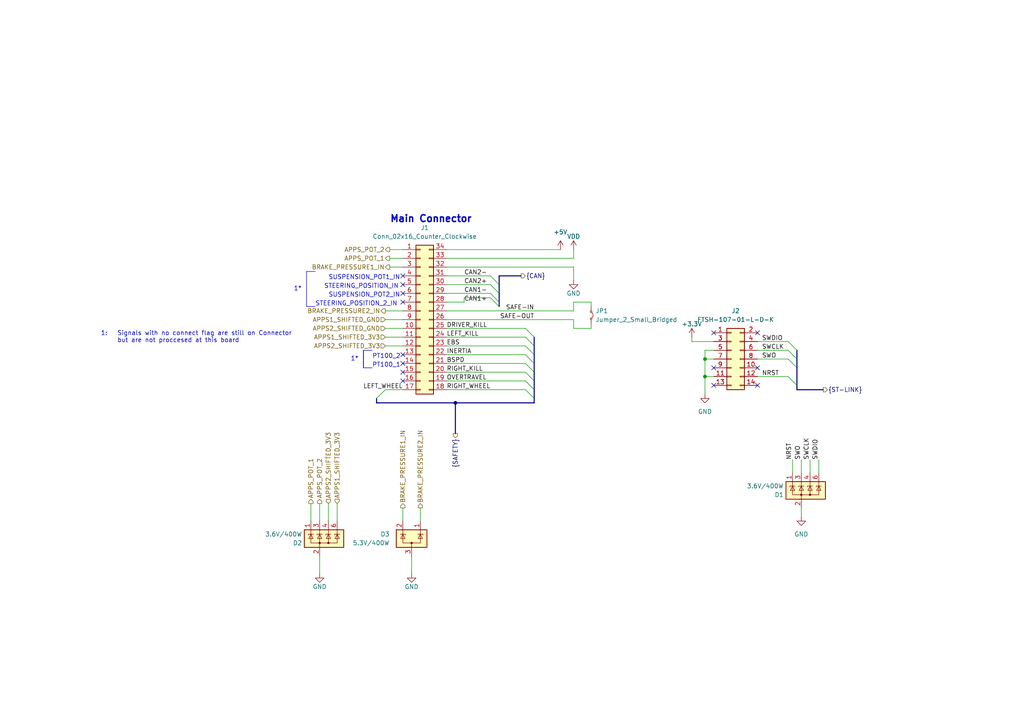
<source format=kicad_sch>
(kicad_sch (version 20250114) (generator "eeschema") (generator_version "9.0")
  (paper "A4")
  (lib_symbols
    (symbol "Connector_Generic:Conn_02x17_Counter_Clockwise" (pin_names (offset 1.016) (hide yes))
      (property "Reference" "J" (at 1.27 22.86 0))
      (property "Value" "Conn_02x17_Counter_Clockwise" (at 1.27 -22.86 0))
      (symbol "Conn_02x17_Counter_Clockwise_1_1"
        (rectangle (start -1.27 21.59) (end 3.81 -21.59) (stroke (width 0.254)) (fill (type background)))
        (rectangle (start -1.27 20.447) (end 0 20.193) (stroke (width 0.1524)))
        (rectangle (start -1.27 17.907) (end 0 17.653) (stroke (width 0.1524)))
        (rectangle (start -1.27 15.367) (end 0 15.113) (stroke (width 0.1524)))
        (rectangle (start -1.27 12.827) (end 0 12.573) (stroke (width 0.1524)))
        (rectangle (start -1.27 10.287) (end 0 10.033) (stroke (width 0.1524)))
        (rectangle (start -1.27 7.747) (end 0 7.493) (stroke (width 0.1524)))
        (rectangle (start -1.27 5.207) (end 0 4.953) (stroke (width 0.1524)))
        (rectangle (start -1.27 2.667) (end 0 2.413) (stroke (width 0.1524)))
        (rectangle (start -1.27 0.127) (end 0 -0.127) (stroke (width 0.1524)))
        (rectangle (start -1.27 -2.413) (end 0 -2.667) (stroke (width 0.1524)))
        (rectangle (start -1.27 -4.953) (end 0 -5.207) (stroke (width 0.1524)))
        (rectangle (start -1.27 -7.493) (end 0 -7.747) (stroke (width 0.1524)))
        (rectangle (start -1.27 -10.033) (end 0 -10.287) (stroke (width 0.1524)))
        (rectangle (start -1.27 -12.573) (end 0 -12.827) (stroke (width 0.1524)))
        (rectangle (start -1.27 -15.113) (end 0 -15.367) (stroke (width 0.1524)))
        (rectangle (start -1.27 -17.653) (end 0 -17.907) (stroke (width 0.1524)))
        (rectangle (start -1.27 -20.193) (end 0 -20.447) (stroke (width 0.1524)))
        (rectangle (start 3.81 20.447) (end 2.54 20.193) (stroke (width 0.1524)))
        (rectangle (start 3.81 17.907) (end 2.54 17.653) (stroke (width 0.1524)))
        (rectangle (start 3.81 15.367) (end 2.54 15.113) (stroke (width 0.1524)))
        (rectangle (start 3.81 12.827) (end 2.54 12.573) (stroke (width 0.1524)))
        (rectangle (start 3.81 10.287) (end 2.54 10.033) (stroke (width 0.1524)))
        (rectangle (start 3.81 7.747) (end 2.54 7.493) (stroke (width 0.1524)))
        (rectangle (start 3.81 5.207) (end 2.54 4.953) (stroke (width 0.1524)))
        (rectangle (start 3.81 2.667) (end 2.54 2.413) (stroke (width 0.1524)))
        (rectangle (start 3.81 0.127) (end 2.54 -0.127) (stroke (width 0.1524)))
        (rectangle (start 3.81 -2.413) (end 2.54 -2.667) (stroke (width 0.1524)))
        (rectangle (start 3.81 -4.953) (end 2.54 -5.207) (stroke (width 0.1524)))
        (rectangle (start 3.81 -7.493) (end 2.54 -7.747) (stroke (width 0.1524)))
        (rectangle (start 3.81 -10.033) (end 2.54 -10.287) (stroke (width 0.1524)))
        (rectangle (start 3.81 -12.573) (end 2.54 -12.827) (stroke (width 0.1524)))
        (rectangle (start 3.81 -15.113) (end 2.54 -15.367) (stroke (width 0.1524)))
        (rectangle (start 3.81 -17.653) (end 2.54 -17.907) (stroke (width 0.1524)))
        (rectangle (start 3.81 -20.193) (end 2.54 -20.447) (stroke (width 0.1524)))
        (pin passive line (at -5.08 20.32 0) (length 3.81) (name "Pin_1") (number "1"))
        (pin passive line (at -5.08 17.78 0) (length 3.81) (name "Pin_2") (number "2"))
        (pin passive line (at -5.08 15.24 0) (length 3.81) (name "Pin_3") (number "3"))
        (pin passive line (at -5.08 12.7 0) (length 3.81) (name "Pin_4") (number "4"))
        (pin passive line (at -5.08 10.16 0) (length 3.81) (name "Pin_5") (number "5"))
        (pin passive line (at -5.08 7.62 0) (length 3.81) (name "Pin_6") (number "6"))
        (pin passive line (at -5.08 5.08 0) (length 3.81) (name "Pin_7") (number "7"))
        (pin passive line (at -5.08 2.54 0) (length 3.81) (name "Pin_8") (number "8"))
        (pin passive line (at -5.08 0 0) (length 3.81) (name "Pin_9") (number "9"))
        (pin passive line (at -5.08 -2.54 0) (length 3.81) (name "Pin_10") (number "10"))
        (pin passive line (at -5.08 -5.08 0) (length 3.81) (name "Pin_11") (number "11"))
        (pin passive line (at -5.08 -7.62 0) (length 3.81) (name "Pin_12") (number "12"))
        (pin passive line (at -5.08 -10.16 0) (length 3.81) (name "Pin_13") (number "13"))
        (pin passive line (at -5.08 -12.7 0) (length 3.81) (name "Pin_14") (number "14"))
        (pin passive line (at -5.08 -15.24 0) (length 3.81) (name "Pin_15") (number "15"))
        (pin passive line (at -5.08 -17.78 0) (length 3.81) (name "Pin_16") (number "16"))
        (pin passive line (at -5.08 -20.32 0) (length 3.81) (name "Pin_17") (number "17"))
        (pin passive line (at 7.62 20.32 180) (length 3.81) (name "Pin_34") (number "34"))
        (pin passive line (at 7.62 17.78 180) (length 3.81) (name "Pin_33") (number "33"))
        (pin passive line (at 7.62 15.24 180) (length 3.81) (name "Pin_32") (number "32"))
        (pin passive line (at 7.62 12.7 180) (length 3.81) (name "Pin_31") (number "31"))
        (pin passive line (at 7.62 10.16 180) (length 3.81) (name "Pin_30") (number "30"))
        (pin passive line (at 7.62 7.62 180) (length 3.81) (name "Pin_29") (number "29"))
        (pin passive line (at 7.62 5.08 180) (length 3.81) (name "Pin_28") (number "28"))
        (pin passive line (at 7.62 2.54 180) (length 3.81) (name "Pin_27") (number "27"))
        (pin passive line (at 7.62 0 180) (length 3.81) (name "Pin_26") (number "26"))
        (pin passive line (at 7.62 -2.54 180) (length 3.81) (name "Pin_25") (number "25"))
        (pin passive line (at 7.62 -5.08 180) (length 3.81) (name "Pin_24") (number "24"))
        (pin passive line (at 7.62 -7.62 180) (length 3.81) (name "Pin_23") (number "23"))
        (pin passive line (at 7.62 -10.16 180) (length 3.81) (name "Pin_22") (number "22"))
        (pin passive line (at 7.62 -12.7 180) (length 3.81) (name "Pin_21") (number "21"))
        (pin passive line (at 7.62 -15.24 180) (length 3.81) (name "Pin_20") (number "20"))
        (pin passive line (at 7.62 -17.78 180) (length 3.81) (name "Pin_19") (number "19"))
        (pin passive line (at 7.62 -20.32 180) (length 3.81) (name "Pin_18") (number "18"))
      )
    )
    (symbol "ESDA5V3SC5_3" (pin_names (hide yes))
      (property "Reference" "D1" (at -6.35 1.27 0))
      (property "Value" "ESDA5V3SC5" (at -6.35 -1.27 0))
      (symbol "ESDA5V3SC5_3_0_1"
        (rectangle (start -4.445 2.54) (end 6.985 -2.54) (stroke (width 0.254)) (fill (type background)))
        (polyline (pts (xy -3.302 1.016) (xy -3.302 1.27) (xy -1.778 1.27)))
        (polyline (pts (xy -2.54 2.54) (xy -2.54 1.27)))
        (polyline (pts (xy -2.54 1.27) (xy -2.54 -1.27) (xy 2.54 -1.27) (xy 2.54 1.27)))
        (polyline (pts (xy -2.54 1.27) (xy -1.905 0) (xy -3.175 0) (xy -2.54 1.27)))
        (polyline (pts (xy 0 2.54) (xy 0 1.27)))
        (polyline (pts (xy 0 -1.27) (xy 0 1.27)))
        (polyline (pts (xy 0 -1.27) (xy 0 -2.54)))
        (circle (center 0 -1.27) (radius 0.254) (fill (type outline)))
        (polyline (pts (xy 0.635 0) (xy -0.635 0) (xy 0 1.27) (xy 0.635 0)))
        (polyline (pts (xy 0.762 1.27) (xy -0.762 1.27) (xy -0.762 1.016)))
        (polyline (pts (xy 1.778 1.016) (xy 1.778 1.27) (xy 3.175 1.27) (xy 3.302 1.27)))
        (polyline (pts (xy 2.54 2.54) (xy 2.54 1.27)))
        (polyline (pts (xy 2.54 1.27) (xy 1.905 0) (xy 3.175 0) (xy 2.54 1.27)))
        (circle (center 2.54 -1.27) (radius 0.254) (fill (type outline)))
        (polyline (pts (xy 4.318 1.016) (xy 4.318 1.27) (xy 5.715 1.27) (xy 5.842 1.27)))
        (polyline (pts (xy 5.08 2.54) (xy 5.08 1.27)))
        (polyline (pts (xy 5.08 1.27) (xy 5.08 -1.27) (xy 2.54 -1.27)))
        (polyline (pts (xy 5.08 1.27) (xy 4.445 0) (xy 5.715 0) (xy 5.08 1.27)))
      )
      (symbol "ESDA5V3SC5_3_1_0"
        (pin passive line (at 0 5.08 270) (length 2.54) (name "A") (number "3"))
        (pin passive line (at 5.08 5.08 270) (length 2.54) (name "A") (number "6"))
      )
      (symbol "ESDA5V3SC5_3_1_1"
        (pin passive line (at -2.54 5.08 270) (length 2.54) (name "A") (number "1"))
        (pin passive line (at 0 -5.08 90) (length 2.54) (name "K") (number "2"))
        (pin passive line (at 0 -5.08 90) (length 2.54) (hide yes) (name "NC") (number "5"))
        (pin passive line (at 2.54 5.08 270) (length 2.54) (name "A") (number "4"))
      )
    )
    (symbol "Jumper:Jumper_2_Small_Bridged" (pin_numbers (hide yes)) (pin_names (offset 0) (hide yes)) (exclude_from_sim yes)
      (property "Reference" "JP" (at 0 2.032 0))
      (property "Value" "Jumper_2_Small_Bridged" (at 0 -2.286 0))
      (symbol "Jumper_2_Small_Bridged_0_0"
        (circle (center -1.016 0) (radius 0.254))
        (circle (center 1.016 0) (radius 0.254))
      )
      (symbol "Jumper_2_Small_Bridged_0_1"
        (arc (start -0.762 0.254) (mid 0 0.5696) (end 0.762 0.254))
      )
      (symbol "Jumper_2_Small_Bridged_1_1"
        (pin passive line (at -2.54 0 0) (length 1.27) (name "A") (number "1"))
        (pin passive line (at 2.54 0 180) (length 1.27) (name "B") (number "2"))
      )
    )
    (symbol "Power_Protection:ESDA5V3L" (pin_names (hide yes))
      (property "Reference" "D" (at 5.715 2.54 0))
      (property "Value" "ESDA5V3L" (at 5.715 0.635 0))
      (symbol "ESDA5V3L_0_0"
        (pin passive line (at 0 -5.08 90) (length 2.54) (name "A") (number "3"))
      )
      (symbol "ESDA5V3L_0_1"
        (rectangle (start -4.445 2.54) (end 4.445 -2.54) (stroke (width 0.254)) (fill (type background)))
        (polyline (pts (xy -3.302 1.016) (xy -3.302 1.27) (xy -1.905 1.27) (xy -1.778 1.27)))
        (polyline (pts (xy -2.54 2.54) (xy -2.54 1.27)))
        (polyline (pts (xy -2.54 1.27) (xy -2.54 -1.27) (xy 2.54 -1.27) (xy 2.54 1.27)))
        (polyline (pts (xy -2.54 1.27) (xy -1.905 0) (xy -3.175 0) (xy -2.54 1.27)))
        (polyline (pts (xy 0 -1.27) (xy 0 -2.54)))
        (circle (center 0 -1.27) (radius 0.254) (fill (type outline)))
        (polyline (pts (xy 1.778 1.016) (xy 1.778 1.27) (xy 3.175 1.27) (xy 3.302 1.27)))
        (polyline (pts (xy 2.54 2.54) (xy 2.54 1.27)))
        (polyline (pts (xy 2.54 1.27) (xy 1.905 0) (xy 3.175 0) (xy 2.54 1.27)))
      )
      (symbol "ESDA5V3L_1_1"
        (pin passive line (at -2.54 5.08 270) (length 2.54) (name "K") (number "1"))
        (pin passive line (at 2.54 5.08 270) (length 2.54) (name "K") (number "2"))
      )
    )
    (symbol "Samacsys_kicad_sym:FTSH-107-01-L-D-K" (pin_names (hide yes))
      (property "Reference" "J" (at 0 13.97 0))
      (property "Value" "FTSH-107-01-L-D-K" (at 0 11.43 0))
      (symbol "FTSH-107-01-L-D-K_1_1"
        (rectangle (start -2.54 8.89) (end 2.54 -8.89) (stroke (width 0.254)) (fill (type background)))
        (rectangle (start -2.54 7.747) (end -1.27 7.493) (stroke (width 0.1524)))
        (rectangle (start -2.54 5.207) (end -1.27 4.953) (stroke (width 0.1524)))
        (rectangle (start -2.54 2.667) (end -1.27 2.413) (stroke (width 0.1524)))
        (rectangle (start -2.54 0.127) (end -1.27 -0.127) (stroke (width 0.1524)))
        (rectangle (start -2.54 -2.413) (end -1.27 -2.667) (stroke (width 0.1524)))
        (rectangle (start -2.54 -4.953) (end -1.27 -5.207) (stroke (width 0.1524)))
        (rectangle (start -2.54 -7.493) (end -1.27 -7.747) (stroke (width 0.1524)))
        (rectangle (start 2.54 7.747) (end 1.27 7.493) (stroke (width 0.1524)))
        (rectangle (start 2.54 5.207) (end 1.27 4.953) (stroke (width 0.1524)))
        (rectangle (start 2.54 2.667) (end 1.27 2.413) (stroke (width 0.1524)))
        (rectangle (start 2.54 0.127) (end 1.27 -0.127) (stroke (width 0.1524)))
        (rectangle (start 2.54 -2.413) (end 1.27 -2.667) (stroke (width 0.1524)))
        (rectangle (start 2.54 -4.953) (end 1.27 -5.207) (stroke (width 0.1524)))
        (rectangle (start 2.54 -7.493) (end 1.27 -7.747) (stroke (width 0.1524)))
        (pin passive line (at -6.35 7.62 0) (length 3.81) (name "Pin_1") (number "1"))
        (pin passive line (at -6.35 5.08 0) (length 3.81) (name "Pin_3") (number "3"))
        (pin passive line (at -6.35 2.54 0) (length 3.81) (name "Pin_5") (number "5"))
        (pin passive line (at -6.35 0 0) (length 3.81) (name "Pin_7") (number "7"))
        (pin passive line (at -6.35 -2.54 0) (length 3.81) (name "Pin_9") (number "9"))
        (pin passive line (at -6.35 -5.08 0) (length 3.81) (name "Pin_11") (number "11"))
        (pin passive line (at -6.35 -7.62 0) (length 3.81) (name "Pin_13") (number "13"))
        (pin passive line (at 6.35 7.62 180) (length 3.81) (name "Pin_2") (number "2"))
        (pin passive line (at 6.35 5.08 180) (length 3.81) (name "Pin_4") (number "4"))
        (pin passive line (at 6.35 2.54 180) (length 3.81) (name "Pin_6") (number "6"))
        (pin passive line (at 6.35 0 180) (length 3.81) (name "Pin_8") (number "8"))
        (pin passive line (at 6.35 -2.54 180) (length 3.81) (name "Pin_10") (number "10"))
        (pin passive line (at 6.35 -5.08 180) (length 3.81) (name "Pin_12") (number "12"))
        (pin passive line (at 6.35 -7.62 180) (length 3.81) (name "Pin_14") (number "14"))
      )
    )
    (symbol "VDD_2" (power) (pin_names (offset 0))
      (property "Value" "VDD" (at 0 3.81 0))
      (symbol "VDD_2_0_1"
        (polyline (pts (xy -0.762 1.27) (xy 0 2.54)))
        (polyline (pts (xy 0 2.54) (xy 0.762 1.27)))
        (polyline (pts (xy 0 0) (xy 0 2.54)))
      )
      (symbol "VDD_2_1_1"
        (pin power_in line (at 0 0 90) (length 0) (hide yes) (name "VDD") (number "1"))
      )
    )
    (symbol "power:+3.3V" (power) (pin_names (offset 0))
      (property "Value" "+3.3V" (at 0 3.556 0))
      (symbol "+3.3V_0_1"
        (polyline (pts (xy -0.762 1.27) (xy 0 2.54)))
        (polyline (pts (xy 0 2.54) (xy 0.762 1.27)))
        (polyline (pts (xy 0 0) (xy 0 2.54)))
      )
      (symbol "+3.3V_1_1"
        (pin power_in line (at 0 0 90) (length 0) (hide yes) (name "+3.3V") (number "1"))
      )
    )
    (symbol "power:+5V" (power) (pin_names (offset 0))
      (property "Value" "+5V" (at 0 3.556 0))
      (symbol "+5V_0_1"
        (polyline (pts (xy -0.762 1.27) (xy 0 2.54)))
        (polyline (pts (xy 0 2.54) (xy 0.762 1.27)))
        (polyline (pts (xy 0 0) (xy 0 2.54)))
      )
      (symbol "+5V_1_1"
        (pin power_in line (at 0 0 90) (length 0) (hide yes) (name "+5V") (number "1"))
      )
    )
    (symbol "power:GND" (power) (pin_names (offset 0))
      (property "Value" "GND" (at 0 -3.81 0))
      (symbol "GND_0_1"
        (polyline (pts (xy 0 0) (xy 0 -1.27) (xy 1.27 -1.27) (xy 0 -2.54) (xy -1.27 -1.27) (xy 0 -1.27)))
      )
      (symbol "GND_1_1"
        (pin power_in line (at 0 0 270) (length 0) (hide yes) (name "GND") (number "1"))
      )
    )
  )
  (bus_alias "CAN" (members "CAN2-" "CAN2+" "CAN1-" "CAN1+"))
  (bus_alias "SAFETY" (members "DRIVER_KILL" "LEFT_KILL" "EBS" "INERTIA" "BSPD" "RIGHT_KILL" "OVERTRAVEL" "RIGHT_WHEEL" "LEFT_WHEEL"))
  (bus_alias "ST-LINK" (members "SWDIO" "SWCLK" "SWO" "NRST"))
  (text "PT100_1" (at 107.95 106.68 0) (effects (font (size 1.27 1.27)) (justify left bottom)))
  (text "Main Connector\n" (at 113.03 64.77 0) (effects (font (size 2 2) (thickness 0.4) (bold yes)) (justify left bottom)))
  (text "1: 	Signals with no connect flag are still on Connector\n	but are not proccesed at this board\n" (at 29.21 97.79 0) (effects (font (size 1.27 1.27)) (justify left)))
  (text "1*" (at 102.87 104.14 0) (effects (font (size 1.27 1.27))))
  (text "PT100_2" (at 107.95 104.14 0) (effects (font (size 1.27 1.27)) (justify left bottom)))
  (text "1*" (at 86.36 83.82 0) (effects (font (size 1.27 1.27))))
  (text "SUSPENSION_POT1_IN" (at 95.25 81.28 0) (effects (font (size 1.27 1.27)) (justify left bottom)))
  (text "SUSPENSION_POT2_IN" (at 95.25 86.36 0) (effects (font (size 1.27 1.27)) (justify left bottom)))
  (text "STEERING_POSITION_IN" (at 93.98 83.82 0) (effects (font (size 1.27 1.27)) (justify left bottom)))
  (text "STEERING_POSITION_2_IN" (at 91.44 88.9 0) (effects (font (size 1.27 1.27)) (justify left bottom)))
  (junction (at 204.47 104.14))
  (junction (at 204.47 109.22))
  (junction (at 132.08 116.84))
  (no_connect (at 219.71 111.76))
  (no_connect (at 116.84 110.49))
  (no_connect (at 116.84 82.55))
  (no_connect (at 219.71 96.52))
  (no_connect (at 116.84 87.63))
  (no_connect (at 116.84 102.87))
  (no_connect (at 207.01 111.76))
  (no_connect (at 116.84 80.01))
  (no_connect (at 116.84 85.09))
  (no_connect (at 116.84 105.41))
  (no_connect (at 219.71 106.68))
  (no_connect (at 116.84 107.95))
  (no_connect (at 207.01 106.68))
  (no_connect (at 207.01 96.52))
  (bus_entry (at 144.78 85.09) (size -2.54 -2.54))
  (bus_entry (at 154.94 97.79) (size -2.54 -2.54))
  (bus_entry (at 154.94 113.03) (size -2.54 -2.54))
  (bus_entry (at 154.94 100.33) (size -2.54 -2.54))
  (bus_entry (at 154.94 110.49) (size -2.54 -2.54))
  (bus_entry (at 154.94 105.41) (size -2.54 -2.54))
  (bus_entry (at 231.14 106.68) (size -2.54 -2.54))
  (bus_entry (at 144.78 87.63) (size -2.54 -2.54))
  (bus_entry (at 144.78 82.55) (size -2.54 -2.54))
  (bus_entry (at 231.14 111.76) (size -2.54 -2.54))
  (bus_entry (at 154.94 115.57) (size -2.54 -2.54))
  (bus_entry (at 109.22 115.57) (size 2.54 -2.54))
  (bus_entry (at 154.94 102.87) (size -2.54 -2.54))
  (bus_entry (at 231.14 101.6) (size -2.54 -2.54))
  (bus_entry (at 144.78 88.9) (size -2.54 -2.54))
  (bus_entry (at 231.14 104.14) (size -2.54 -2.54))
  (bus_entry (at 154.94 107.95) (size -2.54 -2.54))
  (wire (pts (xy 219.71 109.22) (xy 228.6 109.22)))
  (wire (pts (xy 237.49 133.35) (xy 237.49 137.16)))
  (wire (pts (xy 121.92 147.32) (xy 121.92 151.13)))
  (bus (pts (xy 144.78 85.09) (xy 144.78 87.63)))
  (bus (pts (xy 154.94 107.95) (xy 154.94 110.49)))
  (wire (pts (xy 200.66 97.79) (xy 200.66 99.06)))
  (wire (pts (xy 129.54 97.79) (xy 152.4 97.79)))
  (wire (pts (xy 232.41 147.32) (xy 232.41 149.86)))
  (bus (pts (xy 231.14 113.03) (xy 238.76 113.03)))
  (wire (pts (xy 166.37 74.93) (xy 166.37 72.39)))
  (wire (pts (xy 129.54 77.47) (xy 166.37 77.47)))
  (wire (pts (xy 116.84 147.32) (xy 116.84 151.13)))
  (wire (pts (xy 229.87 133.35) (xy 229.87 137.16)))
  (wire (pts (xy 111.76 90.17) (xy 116.84 90.17)))
  (polyline (pts (xy 88.9 88.9) (xy 91.44 88.9)))
  (wire (pts (xy 113.03 74.93) (xy 116.84 74.93)))
  (bus (pts (xy 144.78 82.55) (xy 144.78 80.01)))
  (polyline (pts (xy 105.41 106.68) (xy 107.95 106.68)))
  (wire (pts (xy 129.54 107.95) (xy 152.4 107.95)))
  (wire (pts (xy 134.62 86.36) (xy 134.62 87.63)))
  (wire (pts (xy 129.54 85.09) (xy 142.24 85.09)))
  (wire (pts (xy 129.54 113.03) (xy 152.4 113.03)))
  (wire (pts (xy 113.03 72.39) (xy 116.84 72.39)))
  (wire (pts (xy 166.37 87.63) (xy 171.45 87.63)))
  (bus (pts (xy 144.78 87.63) (xy 144.78 88.9)))
  (wire (pts (xy 129.54 90.17) (xy 166.37 90.17)))
  (wire (pts (xy 232.41 133.35) (xy 232.41 137.16)))
  (wire (pts (xy 111.76 95.25) (xy 116.84 95.25)))
  (bus (pts (xy 144.78 80.01) (xy 151.13 80.01)))
  (bus (pts (xy 154.94 115.57) (xy 154.94 116.84)))
  (wire (pts (xy 219.71 99.06) (xy 228.6 99.06)))
  (wire (pts (xy 129.54 95.25) (xy 152.4 95.25)))
  (bus (pts (xy 154.94 113.03) (xy 154.94 115.57)))
  (bus (pts (xy 231.14 111.76) (xy 231.14 113.03)))
  (wire (pts (xy 129.54 72.39) (xy 162.56 72.39)))
  (wire (pts (xy 166.37 77.47) (xy 166.37 81.28)))
  (wire (pts (xy 204.47 104.14) (xy 207.01 104.14)))
  (bus (pts (xy 154.94 100.33) (xy 154.94 102.87)))
  (wire (pts (xy 166.37 87.63) (xy 166.37 90.17)))
  (wire (pts (xy 111.76 113.03) (xy 116.84 113.03)))
  (wire (pts (xy 129.54 87.63) (xy 134.62 87.63)))
  (wire (pts (xy 200.66 99.06) (xy 207.01 99.06)))
  (wire (pts (xy 207.01 101.6) (xy 204.47 101.6)))
  (wire (pts (xy 204.47 109.22) (xy 204.47 114.3)))
  (wire (pts (xy 111.76 92.71) (xy 116.84 92.71)))
  (bus (pts (xy 132.08 116.84) (xy 154.94 116.84)))
  (wire (pts (xy 129.54 92.71) (xy 166.37 92.71)))
  (bus (pts (xy 231.14 106.68) (xy 231.14 111.76)))
  (polyline (pts (xy 91.44 78.74) (xy 88.9 78.74)))
  (wire (pts (xy 119.38 161.29) (xy 119.38 166.37)))
  (polyline (pts (xy 88.9 78.74) (xy 88.9 88.9)))
  (polyline (pts (xy 105.41 106.68) (xy 105.41 101.6)))
  (wire (pts (xy 234.95 133.35) (xy 234.95 137.16)))
  (wire (pts (xy 129.54 80.01) (xy 142.24 80.01)))
  (wire (pts (xy 90.17 151.13) (xy 90.17 146.05)))
  (wire (pts (xy 142.24 86.36) (xy 134.62 86.36)))
  (wire (pts (xy 204.47 109.22) (xy 207.01 109.22)))
  (bus (pts (xy 231.14 101.6) (xy 231.14 104.14)))
  (wire (pts (xy 166.37 95.25) (xy 166.37 92.71)))
  (bus (pts (xy 154.94 105.41) (xy 154.94 107.95)))
  (wire (pts (xy 204.47 101.6) (xy 204.47 104.14)))
  (bus (pts (xy 231.14 104.14) (xy 231.14 106.68)))
  (bus (pts (xy 109.22 115.57) (xy 109.22 116.84)))
  (wire (pts (xy 219.71 101.6) (xy 228.6 101.6)))
  (wire (pts (xy 204.47 104.14) (xy 204.47 109.22)))
  (bus (pts (xy 132.08 116.84) (xy 132.08 125.73)))
  (wire (pts (xy 129.54 110.49) (xy 152.4 110.49)))
  (wire (pts (xy 171.45 87.63) (xy 171.45 88.9)))
  (bus (pts (xy 144.78 85.09) (xy 144.78 82.55)))
  (wire (pts (xy 92.71 151.13) (xy 92.71 146.05)))
  (wire (pts (xy 97.79 151.13) (xy 97.79 146.05)))
  (wire (pts (xy 166.37 95.25) (xy 171.45 95.25)))
  (wire (pts (xy 129.54 82.55) (xy 142.24 82.55)))
  (wire (pts (xy 129.54 105.41) (xy 152.4 105.41)))
  (wire (pts (xy 129.54 74.93) (xy 166.37 74.93)))
  (wire (pts (xy 129.54 100.33) (xy 152.4 100.33)))
  (bus (pts (xy 154.94 97.79) (xy 154.94 100.33)))
  (wire (pts (xy 171.45 95.25) (xy 171.45 93.98)))
  (wire (pts (xy 111.76 97.79) (xy 116.84 97.79)))
  (wire (pts (xy 129.54 102.87) (xy 152.4 102.87)))
  (bus (pts (xy 109.22 116.84) (xy 132.08 116.84)))
  (polyline (pts (xy 105.41 101.6) (xy 107.95 101.6)))
  (bus (pts (xy 154.94 110.49) (xy 154.94 113.03)))
  (wire (pts (xy 219.71 104.14) (xy 228.6 104.14)))
  (wire (pts (xy 111.76 100.33) (xy 116.84 100.33)))
  (polyline (pts (xy 105.41 101.6) (xy 105.41 106.68)))
  (wire (pts (xy 92.71 161.29) (xy 92.71 166.37)))
  (bus (pts (xy 154.94 102.87) (xy 154.94 105.41)))
  (wire (pts (xy 113.03 77.47) (xy 116.84 77.47)))
  (wire (pts (xy 95.25 151.13) (xy 95.25 146.05)))
  (label "DRIVER_KILL" (at 129.54 95.25 0))
  (label "CAN2-" (at 134.62 80.01 0))
  (label "OVERTRAVEL" (at 129.54 110.49 0))
  (label "CAN2+" (at 134.62 82.55 0))
  (label "CAN1+" (at 134.62 87.63 0))
  (label "NRST" (at 220.98 109.22 0))
  (label "LEFT_WHEEL" (at 116.84 113.03 180))
  (label "SWCLK" (at 220.98 101.6 0))
  (label "INERTIA" (at 129.54 102.87 0))
  (label "SAFE-OUT" (at 154.94 92.71 180))
  (label "RIGHT_KILL" (at 129.54 107.95 0))
  (label "RIGHT_WHEEL" (at 129.54 113.03 0))
  (label "SWDIO" (at 220.98 99.06 0))
  (label "LEFT_KILL" (at 129.54 97.79 0))
  (label "SWDIO" (at 237.49 133.35 90))
  (label "EBS" (at 129.54 100.33 0))
  (label "SWO" (at 232.41 133.35 90))
  (label "SAFE-IN" (at 154.94 90.17 180))
  (label "SWO" (at 220.98 104.14 0))
  (label "NRST" (at 229.87 133.35 90))
  (label "SWCLK" (at 234.95 133.35 90))
  (label "CAN1-" (at 134.62 85.09 0))
  (label "BSPD" (at 129.54 105.41 0))
  (hierarchical_label "APPS_POT_1" (shape output) (at 90.17 146.05 90))
  (hierarchical_label "{CAN}" (shape output) (at 151.13 80.01 0))
  (hierarchical_label "APPS1_SHIFTED_3V3" (shape input) (at 111.76 97.79 180))
  (hierarchical_label "{SAFETY}" (shape output) (at 132.08 125.73 270))
  (hierarchical_label "APPS1_SHIFTED_3V3" (shape input) (at 97.79 146.05 90))
  (hierarchical_label "APPS2_SHIFTED_3V3" (shape input) (at 95.25 146.05 90))
  (hierarchical_label "{ST-LINK}" (shape output) (at 238.76 113.03 0))
  (hierarchical_label "APPS_POT_2" (shape output) (at 113.03 72.39 180))
  (hierarchical_label "APPS_POT_1" (shape output) (at 113.03 74.93 180))
  (hierarchical_label "APPS_POT_2" (shape output) (at 92.71 146.05 90))
  (hierarchical_label "BRAKE_PRESSURE2_IN" (shape output) (at 111.76 90.17 180))
  (hierarchical_label "APPS1_SHIFTED_GND" (shape input) (at 111.76 92.71 180))
  (hierarchical_label "APPS2_SHIFTED_GND" (shape input) (at 111.76 95.25 180))
  (hierarchical_label "BRAKE_PRESSURE1_IN" (shape output) (at 116.84 147.32 90))
  (hierarchical_label "BRAKE_PRESSURE1_IN" (shape output) (at 113.03 77.47 180))
  (hierarchical_label "APPS2_SHIFTED_3V3" (shape input) (at 111.76 100.33 180))
  (hierarchical_label "BRAKE_PRESSURE2_IN" (shape output) (at 121.92 147.32 90))
  (symbol (lib_id "power:+3.3V") (at 200.66 97.79 0) (unit 1)
    (property "Reference" "#PWR08" (effects (hide yes)))
    (property "Value" "+3.3V" (at 200.66 93.98 0))
  )
  (symbol (lib_id "Jumper:Jumper_2_Small_Bridged") (at 171.45 91.44 270) (unit 1)
    (property "Reference" "JP1" (at 172.72 90.1699 90) (effects (justify left)))
    (property "Value" "Jumper_2_Small_Bridged" (at 172.72 92.7099 90) (effects (justify left)))
    (property "Footprint" "Jumper:SolderJumper-2_P1.3mm_Open_TrianglePad1.0x1.5mm" (effects (hide yes)))
    (property "Description" "Jumper, 2-pole, small symbol, bridged" (effects (hide yes)))
  )
  (symbol (lib_id "power:GND") (at 166.37 81.28 0) (unit 1)
    (property "Reference" "#PWR07" (effects (hide yes)))
    (property "Value" "GND" (at 166.37 85.09 0))
  )
  (symbol (lib_name "VDD_2") (lib_id "power:VDD") (at 166.37 72.39 0) (unit 1)
    (property "Reference" "#PWR06" (effects (hide yes)))
    (property "Value" "VDD" (at 166.37 68.58 0))
  )
  (symbol (lib_id "Power_Protection:ESDA5V3L") (at 119.38 156.21 0) (mirror y) (unit 1)
    (property "Reference" "D3" (at 113.03 154.9399 0) (effects (justify left)))
    (property "Value" "5.3V/400W" (at 113.03 157.4799 0) (effects (justify left)))
    (property "Footprint" "Package_TO_SOT_SMD:SOT-23-3" (effects (hide yes)))
    (property "Datasheet" "https://www.st.com/resource/en/datasheet/esdal.pdf" (effects (hide yes)))
    (property "Description" "TVS Diode Array, 5.5V Standoff, 2 Channels, SOT23" (effects (hide yes)))
    (property "Mouser Part Number" "511-ESDA5V3L" (effects (hide yes)))
  )
  (symbol (lib_id "Connector_Generic:Conn_02x17_Counter_Clockwise") (at 121.92 92.71 0) (unit 1)
    (property "Reference" "J1" (at 123.19 66.04 0))
    (property "Value" "Conn_02x16_Counter_Clockwise" (at 123.19 68.58 0))
    (property "Footprint" "Connector_IDC:IDC-Header_2x17-1MP_P2.54mm_Latch6.5mm_Vertical" (effects (hide yes)))
  )
  (symbol (lib_id "Samacsys_kicad_sym:FTSH-107-01-L-D-K") (at 213.36 104.14 0) (unit 1)
    (property "Reference" "J2" (at 213.36 90.17 0))
    (property "Value" "FTSH-107-01-L-D-K" (at 213.36 92.71 0))
    (property "Footprint" "Samacsys:FTSH-107-XX-YYY-D-K" (effects (hide yes)))
    (property "Datasheet" "http://suddendocs.samtec.com/prints/ftsh-1xx-xx-xxx-d-xxx-xx-mkt.pdf" (effects (hide yes)))
    (property "Description" "14 Position, High Reliability Header Strips, 0.050&quot; pitch" (effects (hide yes)))
    (property "Mouser Part Number" "200-FTSH10701LDK" (effects (hide yes)))
    (property "Mouser Price/Stock" "https://www.mouser.co.uk/ProductDetail/Samtec/FTSH-107-01-L-D-K?qs=%252BZP6%2F%252BtExtDf9U3LcTl7MA%3D%3D" (effects (hide yes)))
    (property "Manufacturer_Name" "SAMTEC" (effects (hide yes)))
    (property "Manufacturer_Part_Number" "FTSH-107-01-L-D-K" (effects (hide yes)))
  )
  (symbol (lib_id "power:GND") (at 92.71 166.37 0) (unit 1)
    (property "Reference" "#PWR011" (effects (hide yes)))
    (property "Value" "GND" (at 92.71 170.18 0))
  )
  (symbol (lib_id "power:+5V") (at 162.56 72.39 0) (unit 1)
    (property "Reference" "#PWR05" (effects (hide yes)))
    (property "Value" "+5V" (at 162.56 67.31 0))
  )
  (symbol (lib_id "power:GND") (at 232.41 149.86 0) (unit 1)
    (property "Reference" "#PWR010" (effects (hide yes)))
    (property "Value" "GND" (at 232.41 154.94 0))
  )
  (symbol (lib_name "ESDA5V3SC5_3") (lib_id "Power_Protection:ESDA5V3SC5") (at 232.41 142.24 0) (unit 1)
    (property "Reference" "D1" (at 227.33 143.51 0) (effects (justify right)))
    (property "Value" "3.6V/400W" (at 227.33 140.97 0) (effects (justify right)))
    (property "Footprint" "Package_TO_SOT_SMD:SOT-23-6" (effects (hide yes)))
    (property "Datasheet" "www.ti.com/lit/gpn/esds302" (effects (hide yes)))
    (property "Description" "ESD Protection Diodes / TVS Diodes Quad 2.3-pF 3.6-V +/-30-kV ESD protect" (effects (hide yes)))
    (property "Manufacturer_Part_Number" "ESDS304DBVR" (effects (hide yes)))
    (property "Mouser Part Number" "595-ESDS304DBVR" (effects (hide yes)))
  )
  (symbol (lib_id "power:GND") (at 119.38 166.37 0) (unit 1)
    (property "Reference" "#PWR012" (effects (hide yes)))
    (property "Value" "GND" (at 119.38 170.18 0))
  )
  (symbol (lib_id "power:GND") (at 204.47 114.3 0) (unit 1)
    (property "Reference" "#PWR09" (effects (hide yes)))
    (property "Value" "GND" (at 204.47 119.38 0))
  )
  (symbol (lib_name "ESDA5V3SC5_3") (lib_id "Power_Protection:ESDA5V3SC5") (at 92.71 156.21 0) (unit 1)
    (property "Reference" "D2" (at 87.63 157.48 0) (effects (justify right)))
    (property "Value" "3.6V/400W" (at 87.63 154.94 0) (effects (justify right)))
    (property "Footprint" "Package_TO_SOT_SMD:SOT-23-6" (effects (hide yes)))
    (property "Datasheet" "www.ti.com/lit/gpn/esds302" (effects (hide yes)))
    (property "Description" "ESD Protection Diodes / TVS Diodes Quad 2.3-pF 3.6-V +/-30-kV ESD protect" (effects (hide yes)))
    (property "Manufacturer_Part_Number" "ESDS304DBVR" (effects (hide yes)))
    (property "Mouser Part Number" "595-ESDS304DBVR" (effects (hide yes)))
  )
)
</source>
